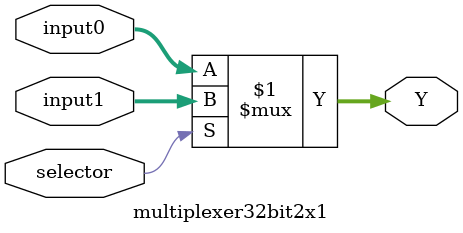
<source format=v>
`timescale 1ns / 1ps

module multiplexer32bit2x1(input [31:0] input0, input1, input selector, output [31:0] Y);

assign Y = (selector)? input1:input0;

endmodule

</source>
